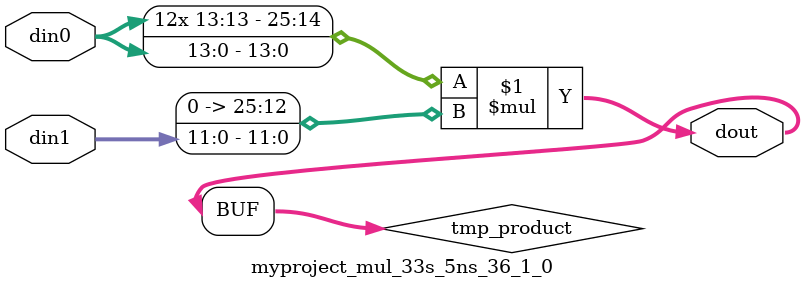
<source format=v>

`timescale 1 ns / 1 ps

  module myproject_mul_33s_5ns_36_1_0(din0, din1, dout);
parameter ID = 1;
parameter NUM_STAGE = 0;
parameter din0_WIDTH = 14;
parameter din1_WIDTH = 12;
parameter dout_WIDTH = 26;

input [din0_WIDTH - 1 : 0] din0; 
input [din1_WIDTH - 1 : 0] din1; 
output [dout_WIDTH - 1 : 0] dout;

wire signed [dout_WIDTH - 1 : 0] tmp_product;












assign tmp_product = $signed(din0) * $signed({1'b0, din1});









assign dout = tmp_product;







endmodule

</source>
